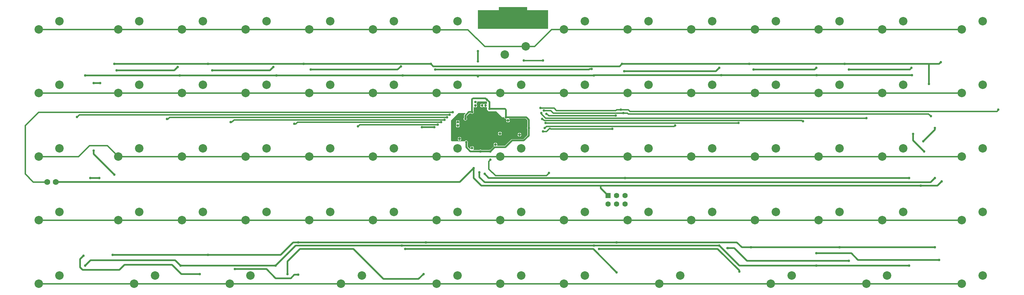
<source format=gbr>
%TF.GenerationSoftware,Altium Limited,Altium Designer,20.2.6 (244)*%
G04 Layer_Physical_Order=1*
G04 Layer_Color=255*
%FSLAX45Y45*%
%MOMM*%
%TF.SameCoordinates,2270FEAA-A680-44EA-805D-832D39C03FB4*%
%TF.FilePolarity,Positive*%
%TF.FileFunction,Copper,L1,Top,Signal*%
%TF.Part,Single*%
G01*
G75*
%TA.AperFunction,Conductor*%
%ADD10C,0.50000*%
%ADD11C,0.40000*%
%ADD12C,0.25000*%
%ADD13R,21.00000X5.60000*%
%ADD14R,8.50000X6.00000*%
%ADD15R,5.00000X5.00000*%
%TA.AperFunction,ComponentPad*%
%ADD16R,1.60000X1.60000*%
%ADD17C,1.60000*%
%ADD18O,1.70000X2.40000*%
%ADD19C,2.54000*%
%ADD20C,1.77800*%
%TA.AperFunction,ViaPad*%
%ADD21C,0.75000*%
%ADD22C,0.70000*%
G36*
X-780178Y-1902499D02*
X-775000Y-1907677D01*
Y-1975214D01*
X-787700Y-1980768D01*
X-802565Y-1970836D01*
X-815000Y-1968363D01*
Y-2025000D01*
Y-2081637D01*
X-802565Y-2079164D01*
X-787700Y-2069232D01*
X-775000Y-2074786D01*
Y-2150000D01*
X-725000Y-2200000D01*
X-500000D01*
X-325000Y-2375000D01*
X-262465D01*
X-258391Y-2395484D01*
X-246787Y-2412850D01*
X-229421Y-2424454D01*
X-208937Y-2428529D01*
X-202525Y-2427253D01*
X-194888Y-2438683D01*
X-204164Y-2452565D01*
X-206637Y-2465000D01*
X-93363D01*
X-95836Y-2452565D01*
X-108545Y-2433545D01*
X-116119Y-2428484D01*
X-112267Y-2415784D01*
X383107D01*
X434217Y-2466893D01*
Y-2666539D01*
X425546Y-2679516D01*
X421472Y-2700000D01*
X425546Y-2720484D01*
X434217Y-2733460D01*
Y-2908107D01*
X308107Y-3034216D01*
X-24999D01*
X-25000Y-3034216D01*
X-40607Y-3037321D01*
X-53838Y-3046162D01*
X-53839Y-3046162D01*
X-241893Y-3234217D01*
X-466908D01*
X-472895Y-3223016D01*
X-470836Y-3219935D01*
X-468363Y-3207500D01*
X-581637D01*
X-579164Y-3219935D01*
X-566948Y-3238217D01*
X-578838Y-3246162D01*
X-578839Y-3246162D01*
X-680178Y-3347502D01*
X-695484Y-3350546D01*
X-708460Y-3359217D01*
X-941540D01*
X-954516Y-3350546D01*
X-975000Y-3346472D01*
X-995484Y-3350546D01*
X-1008461Y-3359217D01*
X-1187267D01*
X-1191120Y-3346517D01*
X-1183545Y-3341455D01*
X-1170836Y-3322435D01*
X-1168363Y-3310000D01*
X-1281638D01*
X-1279719Y-3319644D01*
X-1289283Y-3326743D01*
X-1290193Y-3327130D01*
X-1350000Y-3267323D01*
Y-3142739D01*
X-1346472Y-3125000D01*
X-1350546Y-3104516D01*
X-1362150Y-3087150D01*
X-1379516Y-3075546D01*
X-1400000Y-3071472D01*
X-1420484Y-3075546D01*
X-1437850Y-3087150D01*
X-1446437Y-3100000D01*
X-1825000D01*
X-1850000Y-3075000D01*
Y-2475000D01*
X-1625000Y-2250000D01*
X-1424270D01*
X-1419410Y-2261734D01*
X-1453838Y-2296162D01*
X-1462679Y-2309393D01*
X-1465784Y-2325000D01*
X-1465783Y-2325001D01*
Y-2391540D01*
X-1474454Y-2404516D01*
X-1478528Y-2425000D01*
X-1474454Y-2445484D01*
X-1462850Y-2462850D01*
X-1445484Y-2474454D01*
X-1425000Y-2478528D01*
X-1404516Y-2474454D01*
X-1387150Y-2462850D01*
X-1375546Y-2445484D01*
X-1371471Y-2425000D01*
X-1375546Y-2404516D01*
X-1384216Y-2391540D01*
Y-2341893D01*
X-1302397Y-2260074D01*
X-1259878D01*
X-1242629Y-2271599D01*
X-1222145Y-2275674D01*
X-1201661Y-2271599D01*
X-1184295Y-2259995D01*
X-1177616Y-2250000D01*
X-1175000D01*
Y-2246085D01*
X-1172691Y-2242629D01*
X-1168617Y-2222145D01*
X-1172691Y-2201661D01*
X-1175000Y-2198205D01*
X-1175000Y-2074786D01*
X-1162300Y-2069232D01*
X-1147435Y-2079164D01*
X-1135000Y-2081637D01*
Y-2025000D01*
X-1125000D01*
Y-2015000D01*
X-1068363D01*
X-1070836Y-2002565D01*
X-1083545Y-1983545D01*
X-1090861Y-1978656D01*
Y-1965956D01*
X-1083545Y-1961068D01*
X-1070836Y-1942048D01*
X-1068363Y-1929613D01*
X-1125000D01*
Y-1909613D01*
X-1068154D01*
X-1060265Y-1900000D01*
X-792739D01*
X-780178Y-1902499D01*
D02*
G37*
%LPC*%
G36*
X-835000Y-1968363D02*
X-847435Y-1970836D01*
X-866455Y-1983545D01*
X-868650Y-1986830D01*
X-881350D01*
X-883545Y-1983545D01*
X-902565Y-1970836D01*
X-915000Y-1968363D01*
Y-2025000D01*
Y-2081637D01*
X-902565Y-2079164D01*
X-883545Y-2066455D01*
X-881350Y-2063170D01*
X-868650D01*
X-866455Y-2066455D01*
X-847435Y-2079164D01*
X-835000Y-2081637D01*
Y-2025000D01*
Y-1968363D01*
D02*
G37*
G36*
X-935000D02*
X-947435Y-1970836D01*
X-966455Y-1983545D01*
X-979164Y-2002565D01*
X-981637Y-2015000D01*
X-935000D01*
Y-1968363D01*
D02*
G37*
G36*
Y-2035000D02*
X-981637D01*
X-979164Y-2047435D01*
X-966455Y-2066455D01*
X-947435Y-2079164D01*
X-935000Y-2081637D01*
Y-2035000D01*
D02*
G37*
G36*
X-1068363D02*
X-1115000D01*
Y-2081637D01*
X-1102565Y-2079164D01*
X-1083545Y-2066455D01*
X-1070836Y-2047435D01*
X-1068363Y-2035000D01*
D02*
G37*
G36*
X-1640000Y-2468363D02*
Y-2515000D01*
X-1593363D01*
X-1595836Y-2502565D01*
X-1608545Y-2483545D01*
X-1627565Y-2470836D01*
X-1640000Y-2468363D01*
D02*
G37*
G36*
X-1660000D02*
X-1672435Y-2470836D01*
X-1691455Y-2483545D01*
X-1704164Y-2502565D01*
X-1706637Y-2515000D01*
X-1660000D01*
Y-2468363D01*
D02*
G37*
G36*
X-93363Y-2485000D02*
X-140000D01*
Y-2531637D01*
X-127565Y-2529164D01*
X-108545Y-2516455D01*
X-95836Y-2497435D01*
X-93363Y-2485000D01*
D02*
G37*
G36*
X-160000D02*
X-206637D01*
X-204164Y-2497435D01*
X-191455Y-2516455D01*
X-172435Y-2529164D01*
X-160000Y-2531637D01*
Y-2485000D01*
D02*
G37*
G36*
X-745000Y-2580912D02*
X-756460Y-2583191D01*
X-774653Y-2595347D01*
X-782508Y-2607104D01*
X-797491D01*
X-805347Y-2595347D01*
X-823540Y-2583191D01*
X-835000Y-2580912D01*
Y-2635000D01*
X-855000D01*
Y-2580912D01*
X-866460Y-2583191D01*
X-884653Y-2595347D01*
X-892508Y-2607104D01*
X-907491D01*
X-915347Y-2595347D01*
X-933540Y-2583191D01*
X-945000Y-2580912D01*
Y-2635000D01*
X-965000D01*
Y-2580912D01*
X-976460Y-2583191D01*
X-994653Y-2595347D01*
X-1002508Y-2607104D01*
X-1017491D01*
X-1025347Y-2595347D01*
X-1043540Y-2583191D01*
X-1055000Y-2580912D01*
Y-2635000D01*
X-1065000D01*
Y-2645000D01*
X-1119088D01*
X-1116809Y-2656460D01*
X-1104653Y-2674653D01*
X-1092896Y-2682508D01*
Y-2697491D01*
X-1104653Y-2705347D01*
X-1116809Y-2723540D01*
X-1119088Y-2735000D01*
X-1065000D01*
Y-2755000D01*
X-1119088D01*
X-1116809Y-2766460D01*
X-1104653Y-2784653D01*
X-1092896Y-2792508D01*
Y-2807491D01*
X-1104653Y-2815347D01*
X-1116809Y-2833540D01*
X-1119088Y-2845000D01*
X-1065000D01*
Y-2865000D01*
X-1119088D01*
X-1116809Y-2876460D01*
X-1104653Y-2894653D01*
X-1092896Y-2902508D01*
Y-2917491D01*
X-1104653Y-2925347D01*
X-1116809Y-2943540D01*
X-1119088Y-2955000D01*
X-1065000D01*
Y-2965000D01*
X-1055000D01*
Y-3019088D01*
X-1043540Y-3016809D01*
X-1025347Y-3004653D01*
X-1017491Y-2992896D01*
X-1002508D01*
X-994653Y-3004653D01*
X-976460Y-3016809D01*
X-965000Y-3019088D01*
Y-2965000D01*
X-945000D01*
Y-3019088D01*
X-933540Y-3016809D01*
X-915347Y-3004653D01*
X-907491Y-2992896D01*
X-892508D01*
X-884653Y-3004653D01*
X-866460Y-3016809D01*
X-855000Y-3019088D01*
Y-2965000D01*
X-835000D01*
Y-3019088D01*
X-823540Y-3016809D01*
X-805347Y-3004653D01*
X-797491Y-2992896D01*
X-782508D01*
X-774653Y-3004653D01*
X-756460Y-3016809D01*
X-745000Y-3019088D01*
Y-2965000D01*
X-735000D01*
Y-2955000D01*
X-680912D01*
X-683191Y-2943540D01*
X-695347Y-2925347D01*
X-707104Y-2917491D01*
Y-2902508D01*
X-695347Y-2894653D01*
X-683191Y-2876460D01*
X-680912Y-2865000D01*
X-735000D01*
Y-2845000D01*
X-680912D01*
X-683191Y-2833540D01*
X-695347Y-2815347D01*
X-707104Y-2807491D01*
Y-2792508D01*
X-695347Y-2784653D01*
X-683191Y-2766460D01*
X-680912Y-2755000D01*
X-735000D01*
Y-2735000D01*
X-680912D01*
X-683191Y-2723540D01*
X-695347Y-2705347D01*
X-707104Y-2697491D01*
Y-2682508D01*
X-695347Y-2674653D01*
X-683191Y-2656460D01*
X-680912Y-2645000D01*
X-735000D01*
Y-2635000D01*
X-745000D01*
Y-2580912D01*
D02*
G37*
G36*
X-1593363Y-2535000D02*
X-1706637D01*
X-1704164Y-2547435D01*
X-1691455Y-2566455D01*
X-1688170Y-2568650D01*
Y-2581350D01*
X-1691455Y-2583545D01*
X-1704164Y-2602565D01*
X-1706637Y-2615000D01*
X-1593363D01*
X-1595836Y-2602565D01*
X-1608545Y-2583545D01*
X-1611830Y-2581350D01*
Y-2568650D01*
X-1608545Y-2566455D01*
X-1595836Y-2547435D01*
X-1593363Y-2535000D01*
D02*
G37*
G36*
X-725000Y-2580912D02*
Y-2625000D01*
X-680912D01*
X-683191Y-2613540D01*
X-695347Y-2595347D01*
X-713540Y-2583191D01*
X-725000Y-2580912D01*
D02*
G37*
G36*
X-1075000D02*
X-1086460Y-2583191D01*
X-1104653Y-2595347D01*
X-1116809Y-2613540D01*
X-1119088Y-2625000D01*
X-1075000D01*
Y-2580912D01*
D02*
G37*
G36*
X-1593363Y-2635000D02*
X-1640000D01*
Y-2681638D01*
X-1627565Y-2679164D01*
X-1608545Y-2666455D01*
X-1595836Y-2647435D01*
X-1593363Y-2635000D01*
D02*
G37*
G36*
X-1660000D02*
X-1706637D01*
X-1704164Y-2647435D01*
X-1691455Y-2666455D01*
X-1672435Y-2679164D01*
X-1660000Y-2681638D01*
Y-2635000D01*
D02*
G37*
G36*
X-381538Y-2809901D02*
Y-2856538D01*
X-334901D01*
X-337374Y-2844103D01*
X-350083Y-2825083D01*
X-369103Y-2812374D01*
X-381538Y-2809901D01*
D02*
G37*
G36*
X-401538D02*
X-413973Y-2812374D01*
X-432993Y-2825083D01*
X-445702Y-2844103D01*
X-448175Y-2856538D01*
X-401538D01*
Y-2809901D01*
D02*
G37*
G36*
X204244Y-2843363D02*
Y-2890000D01*
X250882D01*
X248408Y-2877565D01*
X235700Y-2858545D01*
X216680Y-2845836D01*
X204244Y-2843363D01*
D02*
G37*
G36*
X184244D02*
X171809Y-2845836D01*
X152789Y-2858545D01*
X140081Y-2877565D01*
X137607Y-2890000D01*
X184244D01*
Y-2843363D01*
D02*
G37*
G36*
X-334901Y-2876538D02*
X-381538D01*
Y-2923176D01*
X-369103Y-2920702D01*
X-350083Y-2907993D01*
X-337374Y-2888973D01*
X-334901Y-2876538D01*
D02*
G37*
G36*
X-401538D02*
X-448175D01*
X-445702Y-2888973D01*
X-432993Y-2907993D01*
X-413973Y-2920702D01*
X-401538Y-2923176D01*
Y-2876538D01*
D02*
G37*
G36*
X250882Y-2910000D02*
X204244D01*
Y-2956637D01*
X216680Y-2954164D01*
X235700Y-2941455D01*
X248408Y-2922435D01*
X250882Y-2910000D01*
D02*
G37*
G36*
X184244D02*
X137607D01*
X140081Y-2922435D01*
X152789Y-2941455D01*
X171809Y-2954164D01*
X184244Y-2956637D01*
Y-2910000D01*
D02*
G37*
G36*
X-1590000Y-2968363D02*
Y-3015000D01*
X-1543363D01*
X-1545836Y-3002565D01*
X-1558545Y-2983545D01*
X-1577565Y-2970836D01*
X-1590000Y-2968363D01*
D02*
G37*
G36*
X-1610000D02*
X-1622435Y-2970836D01*
X-1641455Y-2983545D01*
X-1654164Y-3002565D01*
X-1656638Y-3015000D01*
X-1610000D01*
Y-2968363D01*
D02*
G37*
G36*
X-680912Y-2975000D02*
X-725000D01*
Y-3019088D01*
X-713540Y-3016809D01*
X-695347Y-3004653D01*
X-683191Y-2986460D01*
X-680912Y-2975000D01*
D02*
G37*
G36*
X-1075000D02*
X-1119088D01*
X-1116809Y-2986460D01*
X-1104653Y-3004653D01*
X-1086460Y-3016809D01*
X-1075000Y-3019088D01*
Y-2975000D01*
D02*
G37*
G36*
X-1543363Y-3035000D02*
X-1590000D01*
Y-3081637D01*
X-1577565Y-3079164D01*
X-1558545Y-3066455D01*
X-1545836Y-3047435D01*
X-1543363Y-3035000D01*
D02*
G37*
G36*
X-1610000D02*
X-1656638D01*
X-1654164Y-3047435D01*
X-1641455Y-3066455D01*
X-1622435Y-3079164D01*
X-1610000Y-3081637D01*
Y-3035000D01*
D02*
G37*
G36*
X-515000Y-3140863D02*
Y-3187500D01*
X-468363D01*
X-470836Y-3175065D01*
X-483545Y-3156045D01*
X-502565Y-3143336D01*
X-515000Y-3140863D01*
D02*
G37*
G36*
X-535000D02*
X-547435Y-3143336D01*
X-566455Y-3156045D01*
X-579164Y-3175065D01*
X-581637Y-3187500D01*
X-535000D01*
Y-3140863D01*
D02*
G37*
G36*
X-1215000Y-3243363D02*
Y-3290000D01*
X-1168363D01*
X-1170836Y-3277565D01*
X-1183545Y-3258545D01*
X-1202565Y-3245836D01*
X-1215000Y-3243363D01*
D02*
G37*
G36*
X-1235000D02*
X-1247435Y-3245836D01*
X-1266455Y-3258545D01*
X-1279164Y-3277565D01*
X-1281638Y-3290000D01*
X-1235000D01*
Y-3243363D01*
D02*
G37*
%LPD*%
D10*
X-1050000Y-700000D02*
Y-400000D01*
X-3300000Y-1125000D02*
X2425000D01*
X-7075000D02*
X-3300000D01*
X-11925000Y-775000D02*
X-2456250D01*
X2292717Y-932283D02*
X2345217D01*
X2275000Y-950000D02*
X2292717Y-932283D01*
X-2456250Y-781250D02*
X-2387500Y-850000D01*
X3190000D02*
X3258750Y-781250D01*
Y-775000D02*
X12450001D01*
X-2387500Y-850000D02*
X3190000D01*
X2345217Y-932283D02*
X2350000Y-927500D01*
X3350000Y-4200000D02*
X11850000D01*
X-724999D02*
X3350000D01*
X-950000Y-4425000D02*
X2625000D01*
Y-4502000D02*
X2846000Y-4723000D01*
X2625000Y-4502000D02*
Y-4425000D01*
X12200000D01*
X-1195711Y-1810000D02*
X-816790D01*
X-1225000Y-2219290D02*
Y-1839289D01*
X-1195711Y-1810000D01*
X-975000Y-3400000D02*
X-675000D01*
X-1275000D02*
X-975000D01*
X-776789Y-1850000D02*
X-775000D01*
X-816790Y-1810000D02*
X-776789Y-1850000D01*
X-1175000Y-4200000D02*
X-950000Y-4425000D01*
X-1175000Y-4200000D02*
Y-3900000D01*
X-1593000Y-4318000D02*
X-1175000Y-3900000D01*
X-1004801Y-4170199D02*
X-850000Y-4325000D01*
X-1004801Y-4170199D02*
Y-4029801D01*
X-849999Y-4075000D02*
X-724999Y-4200000D01*
X-850000Y-4075000D02*
X-849999D01*
X-1319290Y-2219290D02*
X-1225000D01*
X-1425000Y-2325000D02*
X-1319290Y-2219290D01*
X-1425000Y-2425000D02*
Y-2325000D01*
X-1400000Y-3275000D02*
Y-3125000D01*
Y-3275000D02*
X-1275000Y-3400000D01*
X-675000D02*
X-550000Y-3275000D01*
X-225000D01*
X-25000Y-3075000D01*
X325000D01*
X475000Y-2925000D02*
Y-2700000D01*
X325000Y-3075000D02*
X475000Y-2925000D01*
Y-2700000D02*
Y-2450000D01*
X400000Y-2375000D02*
X475000Y-2450000D01*
X-208937Y-2375000D02*
X400000D01*
X-700000Y-2125000D02*
X-238226D01*
X-208937Y-2375000D02*
Y-2154290D01*
X-238226Y-2125000D02*
X-208937Y-2154290D01*
X-775000Y-1850000D02*
X-700000Y-1925000D01*
Y-2125000D02*
Y-1925000D01*
X6851250Y-6276250D02*
X12626250D01*
X12200000Y-4425000D02*
X12700000D01*
X-6425000Y-6125000D02*
X6700000D01*
X-11976250Y-6500000D02*
X-6950000D01*
X9082500Y-1117500D02*
X11942500D01*
X6232500D02*
X9082500D01*
X-12550000Y-1350000D02*
X-12350000D01*
X-12649292Y-4200708D02*
X-12375000D01*
X-12650000Y-4200000D02*
X-12649292Y-4200708D01*
X-12950000Y-6875000D02*
X-12875000Y-6950000D01*
X-12950000Y-6875000D02*
Y-6625000D01*
X-12875000Y-6950000D02*
X-11775000D01*
X-11625000Y-6800000D01*
X-12950000Y-6625000D02*
X-12850000Y-6525000D01*
X-12800000Y-6825000D02*
X-12638245Y-6663245D01*
X-10111754D01*
X-9950000Y-6825000D01*
X-11625000Y-6800000D02*
X-10200000D01*
X-6547509Y-7097509D02*
X-6422509D01*
X-6650000Y-7200000D02*
X-6547509Y-7097509D01*
X12450001Y-775000D02*
X12750000D01*
X12450000Y-1375000D02*
Y-775000D01*
X12450001Y-775000D01*
X-2723244Y-2675000D02*
X-2350000D01*
X-2725000Y-2676756D02*
X-2723244Y-2675000D01*
X12700000Y-4425000D02*
X12825000Y-4300000D01*
X-850000Y-4325000D02*
X12500000D01*
X12626250Y-4198750D01*
X-3352500Y-852500D02*
X-3350000D01*
X-3450000Y-950000D02*
X-3352500Y-852500D01*
X12750000Y-775000D02*
X12800000Y-725000D01*
X-10132500Y-975000D02*
X-10032500Y-875000D01*
X-11857500Y-975000D02*
X-10132500D01*
X-7275000D02*
X-7175000Y-875000D01*
X-9000000Y-975000D02*
X-7275000D01*
X-6050000Y-950000D02*
X-3450000D01*
X-2325000D02*
X2275000D01*
X-9975000Y-1125000D02*
X-7075000D01*
X-12800000D02*
X-9975000D01*
X3325000Y-1000000D02*
X6075000D01*
X6175000Y-900000D01*
X9025000Y-950000D02*
X9075000Y-900000D01*
X7200000Y-950000D02*
X9025000D01*
X10050000D02*
X11875000D01*
X11925000Y-900000D01*
X-13684250Y-4318000D02*
X-1593000D01*
X-7375000Y-6925000D02*
X-7100000Y-7200000D01*
X-8325000Y-6925000D02*
X-7375000D01*
X-7100000Y-7200000D02*
X-6650000D01*
X-6750000Y-7075000D02*
Y-6700000D01*
X-10200000Y-6800000D02*
X-9925000Y-7075000D01*
X-9375000D01*
X-9950000Y-6825000D02*
X-7104367D01*
X-6375000Y-6325000D02*
X-4775000D01*
X-6750000Y-6700000D02*
X-6375000Y-6325000D01*
X-4775000D02*
X-3875000Y-7225000D01*
X-2825000D02*
X-2675000Y-7075000D01*
X-3875000Y-7225000D02*
X-2825000D01*
X-3225000Y-6325000D02*
X2402500D01*
X3101250Y-7023750D01*
X6125000Y-6325000D02*
X6770217Y-6970216D01*
X2575000Y-6325000D02*
X6125000D01*
X6770217Y-6995217D02*
X6775000Y-7000000D01*
X6770217Y-6995217D02*
Y-6970216D01*
X6775000Y-6825000D02*
X9075000D01*
X6175000Y-6225000D02*
X6775000Y-6825000D01*
X9075000D02*
X11850000D01*
X6429394Y-6300000D02*
X6625000D01*
X6400000D02*
X6429394D01*
X6700000Y-6125000D02*
X6851250Y-6276250D01*
X2425000Y-6225000D02*
X6175000D01*
X7000000Y-6675000D02*
X10050000D01*
X6625000Y-6300000D02*
X7000000Y-6675000D01*
X9075000Y-6450000D02*
X10125001D01*
X10325000Y-6650000D02*
X12750000D01*
X10125001Y-6450000D02*
X10325000Y-6650000D01*
X11975000Y-3075000D02*
X12300000Y-3400000D01*
X11975000Y-3075000D02*
Y-2875000D01*
X12275000Y-3100000D02*
X12625000Y-2750000D01*
Y-2700000D01*
X-6575000Y-6125000D02*
X-6425000D01*
X-6950000Y-6500000D02*
X-6575000Y-6125000D01*
X-3325000Y-6225000D02*
X2425000D01*
X2432500Y-1117500D02*
X6232500D01*
X-6504367Y-6225000D02*
X-3325000D01*
X-7104367Y-6825000D02*
X-6504367Y-6225000D01*
X-12550000Y-3475000D02*
X-11925000Y-4100000D01*
X-12550000Y-3475000D02*
Y-3375000D01*
D11*
X3225000Y-2150000D02*
X3450000D01*
X3100000D02*
X3225000D01*
X3075000Y-2175000D02*
X3100000Y-2150000D01*
X3450000D02*
X3500000Y-2200000D01*
X3265529Y-2250000D02*
X3300000D01*
X3425000D01*
X1200000D02*
X3265529D01*
X3425000D02*
X3450000Y-2275000D01*
X1125000Y-2175000D02*
X1200000Y-2250000D01*
X1063530Y-2325000D02*
X3075000D01*
X1225000Y-2100000D02*
X1300000Y-2175000D01*
X3075000D01*
X975000Y-2400000D02*
X10575000D01*
X856697Y-2281697D02*
X975000Y-2400000D01*
X1038530Y-2300000D02*
X1063530Y-2325000D01*
X977500Y-2550000D02*
X6750000D01*
X975000Y-2547500D02*
X977500Y-2550000D01*
X4840529Y-2625000D02*
X4850000D01*
X4815529Y-2650000D02*
X4840529Y-2625000D01*
X1000000Y-2650000D02*
X4815529D01*
X8665529Y-2500000D02*
X8675000D01*
X934471Y-2475000D02*
X8640529D01*
X884471Y-2425000D02*
X934471Y-2475000D01*
X8640529D02*
X8665529Y-2500000D01*
X950000Y-2700000D02*
X1000000Y-2650000D01*
X1105000Y-2705000D02*
X1125000Y-2725000D01*
X1000000Y-2800000D02*
X1095000Y-2705000D01*
X1105000D01*
X1125000Y-2725000D02*
X2975000D01*
X856697Y-2281697D02*
Y-2256697D01*
X850000Y-2250000D02*
X856697Y-2256697D01*
X875000Y-2425000D02*
X884471D01*
X925000Y-2175000D02*
X1125000D01*
X825000Y-2100000D02*
X1225000D01*
X3450000Y-2275000D02*
X12430620D01*
X3500000Y-2200000D02*
X14475000D01*
X-725000Y-3699155D02*
X-675845Y-3650000D01*
X-725000Y-3925760D02*
Y-3699155D01*
X-675845Y-3650000D02*
Y-3650000D01*
X-725000Y-3925760D02*
X-525760Y-4125000D01*
X1000000D01*
X1075000Y-4050000D01*
X12430620Y-2275000D02*
X12502500Y-2346880D01*
X12502500D01*
X325000Y-675000D02*
X900000D01*
X-10357500Y-2432380D02*
X-10332380D01*
X-10275000Y-2375000D01*
X-8452500Y-2520806D02*
X-8420806D01*
X-8350000Y-2450000D01*
X-6547500Y-2573179D02*
X-6498179D01*
X-6450000Y-2525000D01*
X-4642500Y-2652501D02*
X-4642500D01*
X-4589998Y-2600000D02*
X-2250000D01*
X-4642500Y-2652501D02*
X-4589998Y-2600000D01*
X900000Y-2800000D02*
X1000000D01*
X-6450000Y-2525000D02*
X-2150000D01*
X-8350000Y-2450000D02*
X-2050000D01*
X-14200000Y-2225000D02*
X-1800000D01*
X-4191000Y-3556000D02*
X-2286000D01*
X-381000D01*
X1524000D01*
X-6096000D02*
X-4191000D01*
X14475000Y-2200000D02*
X14525000Y-2150000D01*
X-14192250Y-3556000D02*
X-13006000D01*
X-12142000Y-3225000D02*
X-11811000Y-3556000D01*
X-12675000Y-3225000D02*
X-12142000D01*
X-13006000Y-3556000D02*
X-12675000Y-3225000D01*
X-10275000Y-2375000D02*
X-1975000D01*
X-13050000Y-2373279D02*
X-12976721Y-2300000D01*
X-1900000D01*
X-14357001Y-4318000D02*
X-13938251D01*
X-14600000Y-4075000D02*
X-14357001Y-4318000D01*
X-14600000Y-4075000D02*
Y-2625000D01*
X-14200000Y-2225000D01*
X10572750Y-7366000D02*
X13430251D01*
X7715250D02*
X10572750D01*
X4381500D02*
X7715250D01*
X1524000D02*
X4381500D01*
X-381000D02*
X1524000D01*
X-2286000D02*
X-381000D01*
X-5143500D02*
X-2286000D01*
X-8477250D02*
X-5143500D01*
X-11334750D02*
X-8477250D01*
X-14192250D02*
X-11334750D01*
X11049000Y-5461000D02*
X13430251D01*
X9144000D02*
X11049000D01*
X7239000D02*
X9144000D01*
X5334000D02*
X7239000D01*
X3429000D02*
X5334000D01*
X1524000D02*
X3429000D01*
X-381000D02*
X1524000D01*
X-2286000D02*
X-381000D01*
X-4191000D02*
X-2286000D01*
X-6096000D02*
X-4191000D01*
X-8001000D02*
X-6096000D01*
X-9906000D02*
X-8001000D01*
X-11811000D02*
X-9906000D01*
X-14192250D02*
X-11811000D01*
X11049000Y-3556000D02*
X13430251D01*
X9144000D02*
X11049000D01*
X7239000D02*
X9144000D01*
X5334000D02*
X7239000D01*
X3429000D02*
X5334000D01*
X1524000D02*
X3429000D01*
X-8001000D02*
X-6096000D01*
X-9906000D02*
X-8001000D01*
X-11811000D02*
X-9906000D01*
X11049000Y-1651000D02*
X13430251D01*
X9144000D02*
X11049000D01*
X7239000D02*
X9144000D01*
X5334000D02*
X7239000D01*
X3429000D02*
X5334000D01*
X1524000D02*
X3429000D01*
X-381000D02*
X1524000D01*
X-2286000D02*
X-381000D01*
X-4191000D02*
X-2286000D01*
X-6096000D02*
X-4191000D01*
X-8001000D02*
X-6096000D01*
X-9906000D02*
X-8001000D01*
X-11811000D02*
X-9906000D01*
X-14192250D02*
X-11811000D01*
X-4191000Y254000D02*
X-2286000D01*
X-6096000D02*
X-4191000D01*
X-8001000D02*
X-6096000D01*
X-9906000D02*
X-8001000D01*
X-11811000D02*
X-9906000D01*
X-14192250D02*
X-11811000D01*
X-2286000D02*
X-2282000Y250000D01*
X-1350000D01*
X-846000Y-254000D02*
X381000D01*
X-1350000Y250000D02*
X-846000Y-254000D01*
X381000D02*
X646000D01*
X1154000Y254000D02*
X1524000D01*
X646000Y-254000D02*
X1154000Y254000D01*
X5334000D02*
X7239000D01*
X3429000D02*
X5334000D01*
X1524000D02*
X3429000D01*
X7239000D02*
X9144000D01*
X11049000D01*
X13430251D01*
D12*
X1000000Y-2275000D02*
X1013530D01*
X1038530Y-2300000D01*
D13*
X0Y550000D02*
D03*
D14*
Y625000D02*
D03*
D15*
X-925000Y-2825000D02*
D03*
D16*
X2846000Y-4723000D02*
D03*
D17*
Y-4977000D02*
D03*
X3100000Y-4723000D02*
D03*
Y-4977000D02*
D03*
X3354000Y-4723000D02*
D03*
Y-4977000D02*
D03*
D18*
X-365000Y720000D02*
D03*
X365000D02*
D03*
D19*
X-241889Y-502083D02*
D03*
X381000Y-254000D02*
D03*
X11049000Y254000D02*
D03*
X11671889Y502083D02*
D03*
Y-1402917D02*
D03*
X11049000Y-1651000D02*
D03*
X-14192250Y-3556000D02*
D03*
X-13569360Y-3307917D02*
D03*
X11049000Y-3556000D02*
D03*
X11671889Y-3307917D02*
D03*
X13430251Y-3556000D02*
D03*
X14053139Y-3307917D02*
D03*
X1524000Y-7366000D02*
D03*
X2146889Y-7117917D02*
D03*
X5004389D02*
D03*
X4381500Y-7366000D02*
D03*
X14053139Y-7117917D02*
D03*
X13430251Y-7366000D02*
D03*
X14053139Y-1402917D02*
D03*
X13430251Y-1651000D02*
D03*
X-5143500Y-7366000D02*
D03*
X-4520611Y-7117917D02*
D03*
X-11811000Y254000D02*
D03*
X-11188111Y502083D02*
D03*
X-9283111D02*
D03*
X-9906000Y254000D02*
D03*
X-8001000D02*
D03*
X-7378111Y502083D02*
D03*
X-5473111D02*
D03*
X-6096000Y254000D02*
D03*
X-4191000D02*
D03*
X-3568111Y502083D02*
D03*
X-1663111D02*
D03*
X-2286000Y254000D02*
D03*
X1524000D02*
D03*
X2146889Y502083D02*
D03*
X4051889D02*
D03*
X3429000Y254000D02*
D03*
X5334000D02*
D03*
X5956889Y502083D02*
D03*
X7861889D02*
D03*
X7239000Y254000D02*
D03*
X9144000D02*
D03*
X9766889Y502083D02*
D03*
X10572750Y-7366000D02*
D03*
X11195639Y-7117917D02*
D03*
X7715250Y-7366000D02*
D03*
X8338139Y-7117917D02*
D03*
X241889D02*
D03*
X-381000Y-7366000D02*
D03*
X-1663111Y-7117917D02*
D03*
X-2286000Y-7366000D02*
D03*
X-8477250D02*
D03*
X-7854361Y-7117917D02*
D03*
X-11334750Y-7366000D02*
D03*
X-10711861Y-7117917D02*
D03*
X-14192250Y-7366000D02*
D03*
X-13569360Y-7117917D02*
D03*
X-14192250Y-5461000D02*
D03*
X-13569360Y-5212917D02*
D03*
X-11188111D02*
D03*
X-11811000Y-5461000D02*
D03*
X-9283111Y-5212917D02*
D03*
X-9906000Y-5461000D02*
D03*
X-7378111Y-5212917D02*
D03*
X-8001000Y-5461000D02*
D03*
X-5473111Y-5212917D02*
D03*
X-6096000Y-5461000D02*
D03*
X-3568111Y-5212917D02*
D03*
X-4191000Y-5461000D02*
D03*
X-1663111Y-5212917D02*
D03*
X-2286000Y-5461000D02*
D03*
X241889Y-5212917D02*
D03*
X-381000Y-5461000D02*
D03*
X2146889Y-5212917D02*
D03*
X1524000Y-5461000D02*
D03*
X4051889Y-5212917D02*
D03*
X3429000Y-5461000D02*
D03*
X5956889Y-5212917D02*
D03*
X5334000Y-5461000D02*
D03*
X7861889Y-5212917D02*
D03*
X7239000Y-5461000D02*
D03*
X9766889Y-5212917D02*
D03*
X9144000Y-5461000D02*
D03*
X11671889Y-5212917D02*
D03*
X11049000Y-5461000D02*
D03*
X13430251D02*
D03*
X14053139Y-5212917D02*
D03*
X9766889Y-3307917D02*
D03*
X9144000Y-3556000D02*
D03*
X7861889Y-3307917D02*
D03*
X7239000Y-3556000D02*
D03*
X5956889Y-3307917D02*
D03*
X5334000Y-3556000D02*
D03*
X4051889Y-3307917D02*
D03*
X3429000Y-3556000D02*
D03*
X2146889Y-3307917D02*
D03*
X1524000Y-3556000D02*
D03*
X241889Y-3307917D02*
D03*
X-381000Y-3556000D02*
D03*
X-1663111Y-3307917D02*
D03*
X-2286000Y-3556000D02*
D03*
X-3568111Y-3307917D02*
D03*
X-4191000Y-3556000D02*
D03*
X-5473111Y-3307917D02*
D03*
X-6096000Y-3556000D02*
D03*
X-7378111Y-3307917D02*
D03*
X-8001000Y-3556000D02*
D03*
X-9283111Y-3307917D02*
D03*
X-9906000Y-3556000D02*
D03*
X-11188111Y-3307917D02*
D03*
X-11811000Y-3556000D02*
D03*
X-14192250Y-1651000D02*
D03*
X-13569360Y-1402917D02*
D03*
X-11811000Y-1651000D02*
D03*
X-11188111Y-1402917D02*
D03*
X-9906000Y-1651000D02*
D03*
X-9283111Y-1402917D02*
D03*
X-8001000Y-1651000D02*
D03*
X-7378111Y-1402917D02*
D03*
X-6096000Y-1651000D02*
D03*
X-5473111Y-1402917D02*
D03*
X-4191000Y-1651000D02*
D03*
X-3568111Y-1402917D02*
D03*
X-2286000Y-1651000D02*
D03*
X-1663111Y-1402917D02*
D03*
X-381000Y-1651000D02*
D03*
X241889Y-1402917D02*
D03*
X1524000Y-1651000D02*
D03*
X2146889Y-1402917D02*
D03*
X3429000Y-1651000D02*
D03*
X4051889Y-1402917D02*
D03*
X5334000Y-1651000D02*
D03*
X5956889Y-1402917D02*
D03*
X7239000Y-1651000D02*
D03*
X7861889Y-1402917D02*
D03*
X9144000Y-1651000D02*
D03*
X9766889Y-1402917D02*
D03*
X13430251Y254000D02*
D03*
X14053139Y502083D02*
D03*
X-14192250Y254000D02*
D03*
X-13569360Y502083D02*
D03*
D20*
X-13684250Y-4318000D02*
D03*
X-13938251D02*
D03*
D21*
X-1050000Y-400000D02*
D03*
Y-700000D02*
D03*
X2350000Y-927500D02*
D03*
X-1050000Y-1150000D02*
D03*
X3225000Y-2150000D02*
D03*
X3300000Y-2250000D02*
D03*
X3075000Y-2325000D02*
D03*
X4850000Y-2625000D02*
D03*
X975000Y-2547500D02*
D03*
X2975000Y-2725000D02*
D03*
X1000000Y-2275000D02*
D03*
X850000Y-2250000D02*
D03*
X925000Y-2175000D02*
D03*
X825000Y-2100000D02*
D03*
X3350000Y-4200000D02*
D03*
X-1125000Y-1919613D02*
D03*
X-1225000Y-3300000D02*
D03*
X-1175000Y-3900000D02*
D03*
X-975000Y-3400000D02*
D03*
X-1004801Y-4029801D02*
D03*
X-850000Y-4075000D02*
D03*
X-675845Y-3650000D02*
D03*
X-525000Y-3197500D02*
D03*
X-675000Y-3400000D02*
D03*
X194244Y-2900000D02*
D03*
X475000Y-2700000D02*
D03*
X-775000Y-1850000D02*
D03*
X1075000Y-4050000D02*
D03*
X-12550000Y-1350000D02*
D03*
X-12350000D02*
D03*
X-12375000Y-4200708D02*
D03*
X-12650000Y-4200000D02*
D03*
X-12849251Y-6524251D02*
D03*
X-12800000Y-6825000D02*
D03*
X-6422509Y-7097509D02*
D03*
X12200000Y-4425000D02*
D03*
X12450000Y-1375000D02*
D03*
X12502500Y-2346880D02*
D03*
X900000Y-675000D02*
D03*
X325000D02*
D03*
X-10357500Y-2432380D02*
D03*
X-8452500Y-2520806D02*
D03*
X-6547500Y-2573179D02*
D03*
X-4642500Y-2652501D02*
D03*
X-208937Y-2375000D02*
D03*
X-700000Y-2125000D02*
D03*
X-1222145Y-2222145D02*
D03*
X900000Y-2800000D02*
D03*
X950000Y-2700000D02*
D03*
X-391538Y-2866538D02*
D03*
X875000Y-2425000D02*
D03*
X-1425000D02*
D03*
X-1400000Y-3125000D02*
D03*
X-1600000Y-3025000D02*
D03*
X-2350000Y-2675000D02*
D03*
X-2725000Y-2676756D02*
D03*
X-2150000Y-2525000D02*
D03*
X-2050000Y-2450000D02*
D03*
X-1650000Y-2625000D02*
D03*
X-2250000Y-2600000D02*
D03*
X-1800000Y-2225000D02*
D03*
X-1975000Y-2375000D02*
D03*
X-1900000Y-2300000D02*
D03*
X8675000Y-2500000D02*
D03*
X11850000Y-4200000D02*
D03*
X12825000Y-4300000D02*
D03*
X-9123750Y-781250D02*
D03*
X-6266250D02*
D03*
X-2456250D02*
D03*
X3258750D02*
D03*
X9926250D02*
D03*
X7068750D02*
D03*
X12800000Y-725000D02*
D03*
X-3350000Y-852500D02*
D03*
X-11925000Y-775000D02*
D03*
X-10032500Y-875000D02*
D03*
X-7175000D02*
D03*
X-11857500Y-975000D02*
D03*
X-9000000D02*
D03*
X-6050000Y-950000D02*
D03*
X-2325000D02*
D03*
X-12800000Y-1125000D02*
D03*
X-9975000D02*
D03*
X-7075000D02*
D03*
X-3300000D02*
D03*
X6175000Y-900000D02*
D03*
X3325000Y-1000000D02*
D03*
X9075000Y-900000D02*
D03*
X7200000Y-950000D02*
D03*
X10050000D02*
D03*
X11925000Y-900000D02*
D03*
X12626250Y-4198750D02*
D03*
X-6750000Y-7075000D02*
D03*
X-8325000Y-6925000D02*
D03*
X-9126250Y-6501250D02*
D03*
X-9375000Y-7075000D02*
D03*
X-9950000Y-6825000D02*
D03*
X-2675000Y-7075000D02*
D03*
X-3225000Y-6325000D02*
D03*
X3101250Y-7023750D02*
D03*
X2575000Y-6325000D02*
D03*
X6775000Y-7000000D02*
D03*
X6429394Y-6300000D02*
D03*
X10050000Y-6675000D02*
D03*
X9075000Y-6450000D02*
D03*
X12750000Y-6650000D02*
D03*
X11975000Y-2875000D02*
D03*
X12300000Y-3400000D02*
D03*
X12625000Y-2700000D02*
D03*
X12275000Y-3100000D02*
D03*
X9775000Y-6275000D02*
D03*
X7125000D02*
D03*
X3101250Y-6126250D02*
D03*
X-2606250Y-6131250D02*
D03*
X-6425000Y-6125000D02*
D03*
X-11976250Y-6501250D02*
D03*
X6175000Y-6225000D02*
D03*
X12626250Y-6276250D02*
D03*
X2425000Y-6225000D02*
D03*
X9082500Y-1117500D02*
D03*
X6232500D02*
D03*
X2425000Y-1125000D02*
D03*
X11942500Y-1117500D02*
D03*
X11850000Y-6825000D02*
D03*
X9075000D02*
D03*
X-3325000Y-6225000D02*
D03*
X-7104367Y-6825000D02*
D03*
X-150000Y-2475000D02*
D03*
X6750000Y-2550000D02*
D03*
X10575000Y-2400000D02*
D03*
X14525000Y-2150000D02*
D03*
X-11925000Y-4100000D02*
D03*
X-12550000Y-3375000D02*
D03*
X-1650000Y-2525000D02*
D03*
X-13050000Y-2373279D02*
D03*
X-825000Y-2025000D02*
D03*
X-925000D02*
D03*
X-1125000D02*
D03*
D22*
X-735000Y-2965000D02*
D03*
Y-2855000D02*
D03*
Y-2745000D02*
D03*
Y-2635000D02*
D03*
X-845000Y-2965000D02*
D03*
Y-2855000D02*
D03*
Y-2745000D02*
D03*
Y-2635000D02*
D03*
X-955000Y-2965000D02*
D03*
Y-2855000D02*
D03*
Y-2745000D02*
D03*
Y-2635000D02*
D03*
X-1065000Y-2965000D02*
D03*
Y-2855000D02*
D03*
Y-2745000D02*
D03*
Y-2635000D02*
D03*
%TF.MD5,f67820d5d078b29a3463d6b2e617335e*%
M02*

</source>
